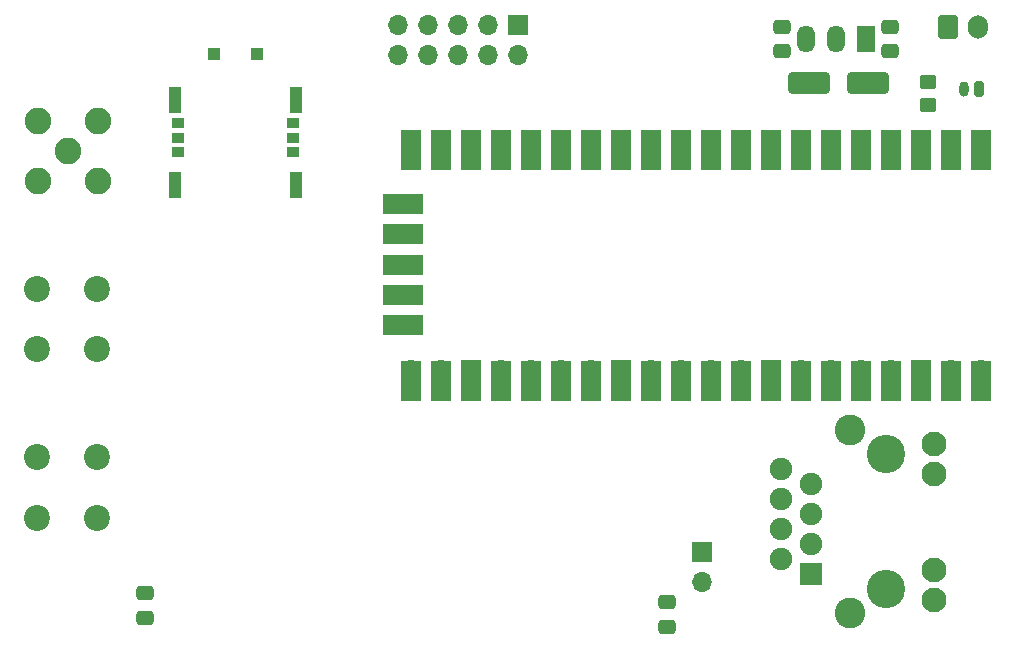
<source format=gbr>
%TF.GenerationSoftware,KiCad,Pcbnew,8.0.6*%
%TF.CreationDate,2025-01-11T15:36:53-06:00*%
%TF.ProjectId,babelfox,62616265-6c66-46f7-982e-6b696361645f,rev?*%
%TF.SameCoordinates,Original*%
%TF.FileFunction,Soldermask,Bot*%
%TF.FilePolarity,Negative*%
%FSLAX46Y46*%
G04 Gerber Fmt 4.6, Leading zero omitted, Abs format (unit mm)*
G04 Created by KiCad (PCBNEW 8.0.6) date 2025-01-11 15:36:53*
%MOMM*%
%LPD*%
G01*
G04 APERTURE LIST*
G04 Aperture macros list*
%AMRoundRect*
0 Rectangle with rounded corners*
0 $1 Rounding radius*
0 $2 $3 $4 $5 $6 $7 $8 $9 X,Y pos of 4 corners*
0 Add a 4 corners polygon primitive as box body*
4,1,4,$2,$3,$4,$5,$6,$7,$8,$9,$2,$3,0*
0 Add four circle primitives for the rounded corners*
1,1,$1+$1,$2,$3*
1,1,$1+$1,$4,$5*
1,1,$1+$1,$6,$7*
1,1,$1+$1,$8,$9*
0 Add four rect primitives between the rounded corners*
20,1,$1+$1,$2,$3,$4,$5,0*
20,1,$1+$1,$4,$5,$6,$7,0*
20,1,$1+$1,$6,$7,$8,$9,0*
20,1,$1+$1,$8,$9,$2,$3,0*%
G04 Aperture macros list end*
%ADD10O,1.700000X1.700000*%
%ADD11R,1.700000X1.700000*%
%ADD12RoundRect,0.250000X-0.475000X0.337500X-0.475000X-0.337500X0.475000X-0.337500X0.475000X0.337500X0*%
%ADD13C,3.250000*%
%ADD14R,1.900000X1.900000*%
%ADD15C,1.900000*%
%ADD16C,2.100000*%
%ADD17C,2.600000*%
%ADD18O,1.500000X2.300000*%
%ADD19R,1.500000X2.300000*%
%ADD20C,2.250000*%
%ADD21O,0.800000X1.300000*%
%ADD22RoundRect,0.200000X0.200000X0.450000X-0.200000X0.450000X-0.200000X-0.450000X0.200000X-0.450000X0*%
%ADD23C,2.200000*%
%ADD24O,1.700000X2.000000*%
%ADD25RoundRect,0.250000X-0.600000X-0.750000X0.600000X-0.750000X0.600000X0.750000X-0.600000X0.750000X0*%
%ADD26RoundRect,0.250000X1.500000X0.650000X-1.500000X0.650000X-1.500000X-0.650000X1.500000X-0.650000X0*%
%ADD27R,1.700000X3.500000*%
%ADD28R,3.500000X1.700000*%
%ADD29RoundRect,0.250000X-0.450000X0.350000X-0.450000X-0.350000X0.450000X-0.350000X0.450000X0.350000X0*%
%ADD30RoundRect,0.250000X0.475000X-0.337500X0.475000X0.337500X-0.475000X0.337500X-0.475000X-0.337500X0*%
%ADD31R,1.092200X0.990600*%
%ADD32R,0.990600X2.311400*%
%ADD33R,0.990600X0.812800*%
G04 APERTURE END LIST*
D10*
%TO.C,J10*%
X160553000Y-126004000D03*
D11*
X160553000Y-123464000D03*
%TD*%
%TO.C,J3*%
X145034000Y-78862000D03*
D10*
X145034000Y-81402000D03*
X142494000Y-78862000D03*
X142494000Y-81402000D03*
X139954001Y-78862000D03*
X139954000Y-81402000D03*
X137414000Y-78862000D03*
X137414000Y-81402000D03*
X134874000Y-78862000D03*
X134874000Y-81402000D03*
%TD*%
D12*
%TO.C,C3*%
X157607000Y-129794000D03*
X157607000Y-127719000D03*
%TD*%
D13*
%TO.C,J5*%
X176151000Y-126640001D03*
X176151000Y-115210000D03*
D14*
X169801000Y-125370000D03*
D15*
X167261000Y-124100000D03*
X169801000Y-122830000D03*
X167261000Y-121560000D03*
X169801000Y-120290001D03*
X167261000Y-119020000D03*
X169801000Y-117750000D03*
X167261000Y-116480000D03*
D16*
X180211000Y-127550000D03*
X180211000Y-125010000D03*
X180211000Y-116840000D03*
X180211001Y-114300000D03*
D17*
X173101000Y-128670000D03*
X173101000Y-113180000D03*
%TD*%
D18*
%TO.C,U10*%
X169418000Y-80010000D03*
X171957999Y-80010000D03*
D19*
X174497999Y-80010000D03*
%TD*%
D12*
%TO.C,C2*%
X113411000Y-129053500D03*
X113411000Y-126978500D03*
%TD*%
D20*
%TO.C,J8*%
X109423200Y-86969600D03*
X104343200Y-86969600D03*
X109423200Y-92049600D03*
X104343200Y-92049600D03*
X106883200Y-89509600D03*
%TD*%
D21*
%TO.C,J2*%
X182778400Y-84277200D03*
D22*
X184028399Y-84277200D03*
%TD*%
D23*
%TO.C,J7*%
X104282400Y-120558400D03*
X109382400Y-120558400D03*
X104282400Y-115458400D03*
X109382400Y-115458400D03*
%TD*%
D24*
%TO.C,J1*%
X183926800Y-79049600D03*
D25*
X181426800Y-79049600D03*
%TD*%
D23*
%TO.C,J6*%
X104282400Y-106309000D03*
X109382400Y-106309000D03*
X104282400Y-101209000D03*
X109382400Y-101209000D03*
%TD*%
D26*
%TO.C,D1*%
X169610400Y-83769200D03*
X174610400Y-83769200D03*
%TD*%
D10*
%TO.C,U2*%
X184200800Y-108077000D03*
D27*
X184200800Y-108977000D03*
D10*
X181660800Y-108077000D03*
D27*
X181660800Y-108977000D03*
D11*
X179120800Y-108077000D03*
D27*
X179120800Y-108977000D03*
D10*
X176580800Y-108077000D03*
D27*
X176580800Y-108977000D03*
D10*
X174040800Y-108077000D03*
D27*
X174040800Y-108977000D03*
D10*
X171500800Y-108077000D03*
D27*
X171500800Y-108977000D03*
D10*
X168960800Y-108077000D03*
D27*
X168960800Y-108977000D03*
D11*
X166420800Y-108077000D03*
D27*
X166420800Y-108977000D03*
D10*
X163880800Y-108077000D03*
D27*
X163880800Y-108977000D03*
D10*
X161340800Y-108077000D03*
D27*
X161340800Y-108977000D03*
D10*
X158800800Y-108077000D03*
D27*
X158800800Y-108977000D03*
D10*
X156260800Y-108077000D03*
D27*
X156260800Y-108977000D03*
D11*
X153720800Y-108077000D03*
D27*
X153720800Y-108977000D03*
D10*
X151180800Y-108077000D03*
D27*
X151180800Y-108977000D03*
D10*
X148640800Y-108077000D03*
D27*
X148640800Y-108977000D03*
D10*
X146100800Y-108077000D03*
D27*
X146100800Y-108977000D03*
D10*
X143560800Y-108077000D03*
D27*
X143560800Y-108977000D03*
D11*
X141020800Y-108077000D03*
D27*
X141020800Y-108977000D03*
D10*
X138480800Y-108077000D03*
D27*
X138480800Y-108977000D03*
D10*
X135940800Y-108077000D03*
D27*
X135940800Y-108977000D03*
X135920800Y-89437000D03*
D10*
X135940800Y-90297000D03*
D27*
X138460799Y-89437000D03*
D10*
X138480800Y-90297000D03*
D27*
X141000800Y-89437000D03*
D11*
X141020800Y-90297000D03*
D27*
X143540800Y-89437000D03*
D10*
X143560800Y-90297000D03*
D27*
X146080800Y-89437000D03*
D10*
X146100800Y-90297000D03*
D27*
X148620799Y-89437000D03*
D10*
X148640800Y-90297000D03*
D27*
X151160801Y-89437000D03*
D10*
X151180800Y-90297000D03*
D27*
X153700800Y-89437000D03*
D11*
X153720800Y-90297000D03*
D27*
X156240800Y-89437000D03*
D10*
X156260800Y-90297000D03*
D27*
X158780800Y-89437000D03*
D10*
X158800800Y-90297000D03*
D27*
X161320799Y-89437000D03*
D10*
X161340800Y-90297000D03*
D27*
X163860800Y-89437000D03*
D10*
X163880800Y-90297000D03*
D27*
X166400800Y-89437000D03*
D11*
X166420800Y-90297000D03*
D27*
X168940800Y-89437000D03*
D10*
X168960800Y-90297000D03*
D27*
X171480799Y-89437000D03*
D10*
X171500800Y-90297000D03*
D27*
X174020801Y-89437000D03*
D10*
X174040800Y-90297000D03*
D27*
X176560800Y-89437000D03*
D10*
X176580800Y-90297000D03*
D27*
X179100800Y-89437000D03*
D11*
X179120800Y-90297000D03*
D27*
X181640800Y-89437000D03*
D10*
X181660800Y-90297000D03*
D27*
X184180800Y-89436999D03*
D10*
X184200800Y-90297000D03*
X134570800Y-104287001D03*
D28*
X135270799Y-104277000D03*
D10*
X134570800Y-101737000D03*
D28*
X135270800Y-101737000D03*
X135270800Y-99197000D03*
D10*
X134570800Y-99187000D03*
X134570800Y-96586999D03*
D28*
X135270800Y-96577000D03*
D10*
X134570800Y-94037000D03*
D28*
X135270800Y-94037000D03*
%TD*%
D29*
%TO.C,R7*%
X179679600Y-85674200D03*
X179679600Y-83674200D03*
%TD*%
D30*
%TO.C,C6*%
X176479200Y-78994000D03*
X176479200Y-81069000D03*
%TD*%
%TO.C,C5*%
X167386000Y-79001800D03*
X167386000Y-81076800D03*
%TD*%
D31*
%TO.C,U8*%
X122896400Y-81317398D03*
X119256400Y-81317398D03*
D32*
X126176400Y-92442398D03*
X126176400Y-85242400D03*
X115976400Y-85242400D03*
X115976400Y-92442398D03*
D33*
X116176400Y-89592398D03*
X116176400Y-88392398D03*
X125976400Y-89592398D03*
X116176400Y-87192398D03*
X125976400Y-88392398D03*
X125976400Y-87192398D03*
%TD*%
M02*

</source>
